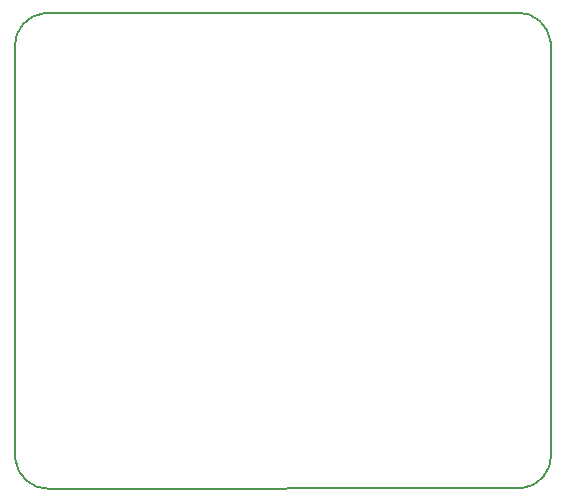
<source format=gbr>
%TF.GenerationSoftware,KiCad,Pcbnew,8.0.8*%
%TF.CreationDate,2025-03-31T20:29:26+08:00*%
%TF.ProjectId,1,312e6b69-6361-4645-9f70-636258585858,rev?*%
%TF.SameCoordinates,Original*%
%TF.FileFunction,Profile,NP*%
%FSLAX46Y46*%
G04 Gerber Fmt 4.6, Leading zero omitted, Abs format (unit mm)*
G04 Created by KiCad (PCBNEW 8.0.8) date 2025-03-31 20:29:26*
%MOMM*%
%LPD*%
G01*
G04 APERTURE LIST*
%TA.AperFunction,Profile*%
%ADD10C,0.200000*%
%TD*%
G04 APERTURE END LIST*
D10*
X132450000Y-44800001D02*
G75*
G02*
X135283983Y-47296794I50000J-2799999D01*
G01*
X92787189Y-85130776D02*
X132837189Y-85081147D01*
X135283982Y-47296794D02*
X135333982Y-82246794D01*
X92400000Y-44850000D02*
X132450000Y-44800371D01*
X89903207Y-47683983D02*
X89953207Y-82633983D01*
X89903207Y-47683982D02*
G75*
G02*
X92400002Y-44850023I2799993J49982D01*
G01*
X92787189Y-85130776D02*
G75*
G02*
X89953238Y-82633980I-49989J2799976D01*
G01*
X135333982Y-82246794D02*
G75*
G02*
X132837188Y-85080768I-2799982J-50006D01*
G01*
M02*

</source>
